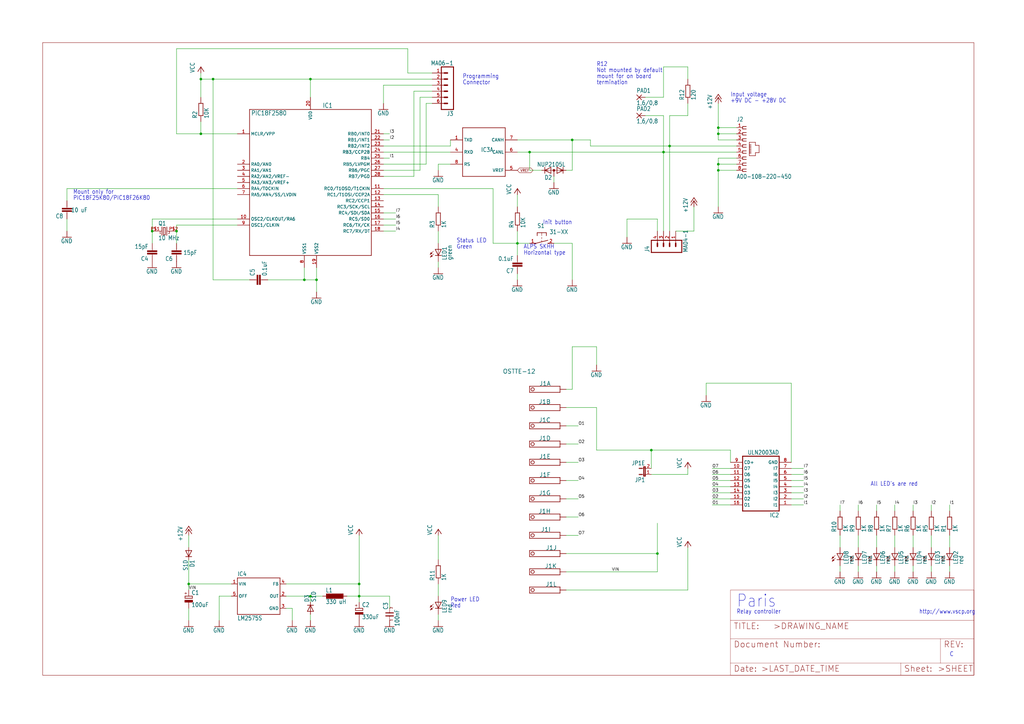
<source format=kicad_sch>
(kicad_sch (version 20230121) (generator eeschema)
  (paper "User" 427.304 302.311)
  (junction (at 88.9 33.02))
  (junction (at 132.08 116.84))
  (junction (at 299.72 53.34))
  (junction (at 271.78 187.96))
  (junction (at 127 116.84))
  (junction (at 215.9 101.6))
  (junction (at 276.86 63.5))
  (junction (at 129.54 248.92))
  (junction (at 149.86 248.92))
  (junction (at 299.72 55.88))
  (junction (at 73.66 96.52))
  (junction (at 238.76 58.42))
  (junction (at 149.86 243.84))
  (junction (at 83.82 33.02))
  (junction (at 83.82 55.88))
  (junction (at 78.74 243.84))
  (junction (at 129.54 33.02))
  (junction (at 279.4 60.96))
  (junction (at 299.72 68.58))
  (junction (at 274.32 231.14))
  (junction (at 220.98 63.5))
  (junction (at 63.5 96.52))
  (junction (at 299.72 71.12))
  (wire (pts (xy 358.14 228.6) (xy 358.14 223.52)))
  (wire (pts (xy 172.72 38.1) (xy 172.72 73.66)))
  (wire (pts (xy 299.72 53.34) (xy 299.72 43.18)))
  (wire (pts (xy 149.86 248.92) (xy 162.56 248.92)))
  (wire (pts (xy 182.88 81.28) (xy 182.88 86.36)))
  (wire (pts (xy 304.8 203.2) (xy 297.18 203.2)))
  (wire (pts (xy 307.34 71.12) (xy 299.72 71.12)))
  (wire (pts (xy 287.02 48.26) (xy 279.4 48.26)))
  (wire (pts (xy 170.18 30.48) (xy 170.18 20.32)))
  (wire (pts (xy 271.78 198.12) (xy 287.02 198.12)))
  (wire (pts (xy 78.74 233.68) (xy 78.74 243.84)))
  (wire (pts (xy 127 116.84) (xy 132.08 116.84)))
  (wire (pts (xy 215.9 114.3) (xy 215.9 116.84)))
  (wire (pts (xy 304.8 198.12) (xy 297.18 198.12)))
  (wire (pts (xy 271.78 195.58) (xy 271.78 187.96)))
  (wire (pts (xy 78.74 246.38) (xy 78.74 243.84)))
  (wire (pts (xy 238.76 71.12) (xy 238.76 58.42)))
  (wire (pts (xy 287.02 27.94) (xy 276.86 27.94)))
  (wire (pts (xy 274.32 91.44) (xy 261.62 91.44)))
  (wire (pts (xy 160.02 60.96) (xy 187.96 60.96)))
  (wire (pts (xy 238.76 58.42) (xy 246.38 58.42)))
  (wire (pts (xy 289.56 96.52) (xy 289.56 86.36)))
  (wire (pts (xy 160.02 63.5) (xy 187.96 63.5)))
  (wire (pts (xy 274.32 231.14) (xy 274.32 218.44)))
  (wire (pts (xy 149.86 248.92) (xy 144.78 248.92)))
  (wire (pts (xy 307.34 53.34) (xy 299.72 53.34)))
  (wire (pts (xy 88.9 116.84) (xy 88.9 33.02)))
  (wire (pts (xy 236.22 185.42) (xy 241.3 185.42)))
  (wire (pts (xy 88.9 33.02) (xy 83.82 33.02)))
  (wire (pts (xy 27.94 78.74) (xy 27.94 83.82)))
  (wire (pts (xy 388.62 236.22) (xy 388.62 238.76)))
  (wire (pts (xy 182.88 71.12) (xy 182.88 68.58)))
  (wire (pts (xy 83.82 40.64) (xy 83.82 33.02)))
  (wire (pts (xy 187.96 60.96) (xy 187.96 58.42)))
  (wire (pts (xy 129.54 256.54) (xy 129.54 259.08)))
  (wire (pts (xy 220.98 71.12) (xy 220.98 63.5)))
  (wire (pts (xy 304.8 205.74) (xy 297.18 205.74)))
  (wire (pts (xy 215.9 101.6) (xy 205.74 101.6)))
  (wire (pts (xy 281.94 96.52) (xy 289.56 96.52)))
  (wire (pts (xy 236.22 246.38) (xy 287.02 246.38)))
  (wire (pts (xy 160.02 66.04) (xy 162.56 66.04)))
  (wire (pts (xy 236.22 71.12) (xy 238.76 71.12)))
  (wire (pts (xy 330.2 198.12) (xy 335.28 198.12)))
  (wire (pts (xy 271.78 187.96) (xy 248.92 187.96)))
  (wire (pts (xy 279.4 60.96) (xy 246.38 60.96)))
  (wire (pts (xy 78.74 228.6) (xy 78.74 223.52)))
  (wire (pts (xy 83.82 33.02) (xy 83.82 30.48)))
  (wire (pts (xy 365.76 236.22) (xy 365.76 238.76)))
  (wire (pts (xy 238.76 101.6) (xy 238.76 116.84)))
  (wire (pts (xy 111.76 116.84) (xy 127 116.84)))
  (wire (pts (xy 381 236.22) (xy 381 238.76)))
  (wire (pts (xy 307.34 60.96) (xy 279.4 60.96)))
  (wire (pts (xy 78.74 254) (xy 78.74 259.08)))
  (wire (pts (xy 121.92 254) (xy 121.92 259.08)))
  (wire (pts (xy 287.02 198.12) (xy 287.02 195.58)))
  (wire (pts (xy 63.5 96.52) (xy 63.5 101.6)))
  (wire (pts (xy 304.8 187.96) (xy 271.78 187.96)))
  (wire (pts (xy 299.72 68.58) (xy 299.72 71.12)))
  (wire (pts (xy 236.22 193.04) (xy 241.3 193.04)))
  (wire (pts (xy 96.52 248.92) (xy 91.44 248.92)))
  (wire (pts (xy 269.24 40.64) (xy 276.86 40.64)))
  (wire (pts (xy 83.82 55.88) (xy 99.06 55.88)))
  (wire (pts (xy 307.34 55.88) (xy 299.72 55.88)))
  (wire (pts (xy 299.72 71.12) (xy 299.72 86.36)))
  (wire (pts (xy 160.02 78.74) (xy 205.74 78.74)))
  (wire (pts (xy 388.62 228.6) (xy 388.62 223.52)))
  (wire (pts (xy 215.9 96.52) (xy 215.9 101.6)))
  (wire (pts (xy 350.52 236.22) (xy 350.52 238.76)))
  (wire (pts (xy 304.8 195.58) (xy 297.18 195.58)))
  (wire (pts (xy 182.88 101.6) (xy 182.88 96.52)))
  (wire (pts (xy 177.8 68.58) (xy 160.02 68.58)))
  (wire (pts (xy 215.9 63.5) (xy 220.98 63.5)))
  (wire (pts (xy 330.2 193.04) (xy 330.2 160.02)))
  (wire (pts (xy 160.02 55.88) (xy 162.56 55.88)))
  (wire (pts (xy 129.54 33.02) (xy 180.34 33.02)))
  (wire (pts (xy 73.66 93.98) (xy 99.06 93.98)))
  (wire (pts (xy 132.08 116.84) (xy 132.08 111.76)))
  (wire (pts (xy 307.34 68.58) (xy 299.72 68.58)))
  (wire (pts (xy 269.24 48.26) (xy 276.86 48.26)))
  (wire (pts (xy 299.72 58.42) (xy 299.72 55.88)))
  (wire (pts (xy 330.2 208.28) (xy 335.28 208.28)))
  (wire (pts (xy 350.52 228.6) (xy 350.52 223.52)))
  (wire (pts (xy 177.8 43.18) (xy 177.8 68.58)))
  (wire (pts (xy 248.92 144.78) (xy 248.92 152.4)))
  (wire (pts (xy 236.22 231.14) (xy 274.32 231.14)))
  (wire (pts (xy 182.88 68.58) (xy 187.96 68.58)))
  (wire (pts (xy 236.22 170.18) (xy 248.92 170.18)))
  (wire (pts (xy 73.66 55.88) (xy 83.82 55.88)))
  (wire (pts (xy 373.38 228.6) (xy 373.38 223.52)))
  (wire (pts (xy 396.24 236.22) (xy 396.24 238.76)))
  (wire (pts (xy 63.5 91.44) (xy 63.5 96.52)))
  (wire (pts (xy 129.54 251.46) (xy 129.54 248.92)))
  (wire (pts (xy 304.8 193.04) (xy 304.8 187.96)))
  (wire (pts (xy 381 213.36) (xy 381 210.82)))
  (wire (pts (xy 162.56 248.92) (xy 162.56 254)))
  (wire (pts (xy 236.22 162.56) (xy 238.76 162.56)))
  (wire (pts (xy 180.34 30.48) (xy 170.18 30.48)))
  (wire (pts (xy 160.02 96.52) (xy 165.1 96.52)))
  (wire (pts (xy 175.26 40.64) (xy 180.34 40.64)))
  (wire (pts (xy 373.38 213.36) (xy 373.38 210.82)))
  (wire (pts (xy 388.62 213.36) (xy 388.62 210.82)))
  (wire (pts (xy 73.66 20.32) (xy 73.66 55.88)))
  (wire (pts (xy 276.86 63.5) (xy 220.98 63.5)))
  (wire (pts (xy 215.9 58.42) (xy 238.76 58.42)))
  (wire (pts (xy 396.24 228.6) (xy 396.24 223.52)))
  (wire (pts (xy 299.72 55.88) (xy 299.72 53.34)))
  (wire (pts (xy 119.38 243.84) (xy 149.86 243.84)))
  (wire (pts (xy 381 228.6) (xy 381 223.52)))
  (wire (pts (xy 160.02 58.42) (xy 162.56 58.42)))
  (wire (pts (xy 132.08 121.92) (xy 132.08 116.84)))
  (wire (pts (xy 180.34 43.18) (xy 177.8 43.18)))
  (wire (pts (xy 236.22 223.52) (xy 241.3 223.52)))
  (wire (pts (xy 99.06 91.44) (xy 63.5 91.44)))
  (wire (pts (xy 299.72 66.04) (xy 299.72 68.58)))
  (wire (pts (xy 160.02 81.28) (xy 182.88 81.28)))
  (wire (pts (xy 149.86 243.84) (xy 149.86 248.92)))
  (wire (pts (xy 175.26 71.12) (xy 175.26 40.64)))
  (wire (pts (xy 83.82 50.8) (xy 83.82 55.88)))
  (wire (pts (xy 160.02 88.9) (xy 165.1 88.9)))
  (wire (pts (xy 160.02 43.18) (xy 160.02 35.56)))
  (wire (pts (xy 274.32 238.76) (xy 274.32 231.14)))
  (wire (pts (xy 304.8 208.28) (xy 297.18 208.28)))
  (wire (pts (xy 330.2 195.58) (xy 335.28 195.58)))
  (wire (pts (xy 149.86 251.46) (xy 149.86 248.92)))
  (wire (pts (xy 160.02 93.98) (xy 165.1 93.98)))
  (wire (pts (xy 276.86 48.26) (xy 276.86 63.5)))
  (wire (pts (xy 276.86 96.52) (xy 276.86 63.5)))
  (wire (pts (xy 246.38 60.96) (xy 246.38 58.42)))
  (wire (pts (xy 276.86 40.64) (xy 276.86 27.94)))
  (wire (pts (xy 160.02 71.12) (xy 175.26 71.12)))
  (wire (pts (xy 182.88 256.54) (xy 182.88 259.08)))
  (wire (pts (xy 287.02 43.18) (xy 287.02 48.26)))
  (wire (pts (xy 231.14 76.2) (xy 231.14 73.66)))
  (wire (pts (xy 330.2 210.82) (xy 335.28 210.82)))
  (wire (pts (xy 396.24 213.36) (xy 396.24 210.82)))
  (wire (pts (xy 182.88 109.22) (xy 182.88 111.76)))
  (wire (pts (xy 307.34 63.5) (xy 276.86 63.5)))
  (wire (pts (xy 330.2 205.74) (xy 335.28 205.74)))
  (wire (pts (xy 236.22 238.76) (xy 274.32 238.76)))
  (wire (pts (xy 129.54 33.02) (xy 88.9 33.02)))
  (wire (pts (xy 279.4 96.52) (xy 279.4 60.96)))
  (wire (pts (xy 127 111.76) (xy 127 116.84)))
  (wire (pts (xy 73.66 96.52) (xy 73.66 93.98)))
  (wire (pts (xy 238.76 162.56) (xy 238.76 144.78)))
  (wire (pts (xy 205.74 78.74) (xy 205.74 101.6)))
  (wire (pts (xy 160.02 35.56) (xy 180.34 35.56)))
  (wire (pts (xy 119.38 254) (xy 121.92 254)))
  (wire (pts (xy 279.4 48.26) (xy 279.4 60.96)))
  (wire (pts (xy 231.14 101.6) (xy 238.76 101.6)))
  (wire (pts (xy 119.38 248.92) (xy 129.54 248.92)))
  (wire (pts (xy 274.32 96.52) (xy 274.32 91.44)))
  (wire (pts (xy 350.52 213.36) (xy 350.52 210.82)))
  (wire (pts (xy 182.88 248.92) (xy 182.88 243.84)))
  (wire (pts (xy 287.02 246.38) (xy 287.02 228.6)))
  (wire (pts (xy 287.02 33.02) (xy 287.02 27.94)))
  (wire (pts (xy 129.54 248.92) (xy 134.62 248.92)))
  (wire (pts (xy 129.54 40.64) (xy 129.54 33.02)))
  (wire (pts (xy 160.02 91.44) (xy 165.1 91.44)))
  (wire (pts (xy 172.72 73.66) (xy 160.02 73.66)))
  (wire (pts (xy 215.9 101.6) (xy 220.98 101.6)))
  (wire (pts (xy 248.92 187.96) (xy 248.92 170.18)))
  (wire (pts (xy 226.06 71.12) (xy 220.98 71.12)))
  (wire (pts (xy 307.34 66.04) (xy 299.72 66.04)))
  (wire (pts (xy 261.62 91.44) (xy 261.62 99.06)))
  (wire (pts (xy 215.9 86.36) (xy 215.9 81.28)))
  (wire (pts (xy 304.8 200.66) (xy 297.18 200.66)))
  (wire (pts (xy 99.06 78.74) (xy 27.94 78.74)))
  (wire (pts (xy 91.44 248.92) (xy 91.44 259.08)))
  (wire (pts (xy 170.18 20.32) (xy 73.66 20.32)))
  (wire (pts (xy 294.64 160.02) (xy 294.64 165.1)))
  (wire (pts (xy 330.2 160.02) (xy 294.64 160.02)))
  (wire (pts (xy 365.76 213.36) (xy 365.76 210.82)))
  (wire (pts (xy 236.22 177.8) (xy 241.3 177.8)))
  (wire (pts (xy 180.34 38.1) (xy 172.72 38.1)))
  (wire (pts (xy 365.76 228.6) (xy 365.76 223.52)))
  (wire (pts (xy 104.14 116.84) (xy 88.9 116.84)))
  (wire (pts (xy 358.14 236.22) (xy 358.14 238.76)))
  (wire (pts (xy 236.22 215.9) (xy 241.3 215.9)))
  (wire (pts (xy 304.8 210.82) (xy 297.18 210.82)))
  (wire (pts (xy 358.14 213.36) (xy 358.14 210.82)))
  (wire (pts (xy 149.86 243.84) (xy 149.86 223.52)))
  (wire (pts (xy 182.88 233.68) (xy 182.88 223.52)))
  (wire (pts (xy 215.9 101.6) (xy 215.9 106.68)))
  (wire (pts (xy 73.66 101.6) (xy 73.66 96.52)))
  (wire (pts (xy 238.76 144.78) (xy 248.92 144.78)))
  (wire (pts (xy 96.52 243.84) (xy 78.74 243.84)))
  (wire (pts (xy 330.2 203.2) (xy 335.28 203.2)))
  (wire (pts (xy 236.22 200.66) (xy 241.3 200.66)))
  (wire (pts (xy 330.2 200.66) (xy 335.28 200.66)))
  (wire (pts (xy 307.34 58.42) (xy 299.72 58.42)))
  (wire (pts (xy 373.38 236.22) (xy 373.38 238.76)))
  (wire (pts (xy 236.22 208.28) (xy 241.3 208.28)))
  (wire (pts (xy 27.94 96.52) (xy 27.94 91.44)))
  (text "termination" (at 248.92 35.56 0) (effects (font (size 1.778 1.5113)) (justify left bottom)))
  (text "Green" (at 190.5 104.14 0) (effects (font (size 1.778 1.5113)) (justify left bottom)))
  (text "R12" (at 248.92 27.94 0) (effects (font (size 1.778 1.5113)) (justify left bottom)))
  (text "C" (at 396.24 274.32 0) (effects (font (size 1.778 1.5113)) (justify left bottom)))
  (text "Status LED" (at 190.5 101.6 0) (effects (font (size 1.778 1.5113)) (justify left bottom)))
  (text "Horizontal type" (at 218.44 106.68 0) (effects (font (size 1.778 1.5113)) (justify left bottom)))
  (text "Programming" (at 193.04 33.02 0) (effects (font (size 1.778 1.5113)) (justify left bottom)))
  (text "mount for on board" (at 248.92 33.02 0) (effects (font (size 1.778 1.5113)) (justify left bottom)))
  (text "Red" (at 187.96 254 0) (effects (font (size 1.778 1.5113)) (justify left bottom)))
  (text "Mount only for" (at 30.48 81.28 0) (effects (font (size 1.778 1.5113)) (justify left bottom)))
  (text "PIC18F25K80/PIC18F26K80" (at 30.48 83.82 0) (effects (font (size 1.778 1.5113)) (justify left bottom)))
  (text "Paris" (at 307.34 254 0) (effects (font (size 5.08 4.318)) (justify left bottom)))
  (text "Init button" (at 238.76 93.98 0) (effects (font (size 1.778 1.5113)) (justify right bottom)))
  (text "Relay controller" (at 307.34 256.54 0) (effects (font (size 1.778 1.5113)) (justify left bottom)))
  (text "Connector" (at 193.04 35.56 0) (effects (font (size 1.778 1.5113)) (justify left bottom)))
  (text "Power LED" (at 187.96 251.46 0) (effects (font (size 1.778 1.5113)) (justify left bottom)))
  (text "+9V DC - +28V DC" (at 304.8 43.18 0) (effects (font (size 1.778 1.5113)) (justify left bottom)))
  (text "Input voltage" (at 304.8 40.64 0) (effects (font (size 1.778 1.5113)) (justify left bottom)))
  (text "Not mounted by default" (at 248.92 30.48 0) (effects (font (size 1.778 1.5113)) (justify left bottom)))
  (text "ALPS SKHH" (at 218.44 104.14 0) (effects (font (size 1.778 1.5113)) (justify left bottom)))
  (text "All LED's are red" (at 363.22 203.2 0) (effects (font (size 1.778 1.5113)) (justify left bottom)))
  (text "http://www.vscp.org" (at 383.54 256.54 0) (effects (font (size 1.778 1.5113)) (justify left bottom)))
  (label "O7" (at 297.18 195.58 0) (effects (font (size 1.2446 1.2446))))
  (label "I3" (at 381 210.82 0) (effects (font (size 1.2446 1.2446))))
  (label "I7" (at 165.1 88.9 0) (effects (font (size 1.2446 1.2446))))
  (label "I5" (at 335.28 200.66 0) (effects (font (size 1.2446 1.2446))))
  (label "O4" (at 241.3 200.66 0) (effects (font (size 1.2446 1.2446))))
  (label "O3" (at 297.18 205.74 0) (effects (font (size 1.2446 1.2446))))
  (label "O6" (at 297.18 198.12 0) (effects (font (size 1.2446 1.2446))))
  (label "O1" (at 241.3 177.8 0) (effects (font (size 1.2446 1.2446))))
  (label "I6" (at 358.14 210.82 0) (effects (font (size 1.2446 1.2446))))
  (label "I5" (at 365.76 210.82 0) (effects (font (size 1.2446 1.2446))))
  (label "I2" (at 335.28 208.28 0) (effects (font (size 1.2446 1.2446))))
  (label "I1" (at 335.28 210.82 0) (effects (font (size 1.2446 1.2446))))
  (label "I6" (at 165.1 91.44 0) (effects (font (size 1.2446 1.2446))))
  (label "I1" (at 396.24 210.82 0) (effects (font (size 1.2446 1.2446))))
  (label "I2" (at 162.56 58.42 0) (effects (font (size 1.2446 1.2446))))
  (label "O1" (at 297.18 210.82 0) (effects (font (size 1.2446 1.2446))))
  (label "I5" (at 165.1 93.98 0) (effects (font (size 1.2446 1.2446))))
  (label "VIN" (at 78.74 246.38 0) (effects (font (size 1.2446 1.2446))))
  (label "O2" (at 241.3 185.42 0) (effects (font (size 1.2446 1.2446))))
  (label "I3" (at 335.28 205.74 0) (effects (font (size 1.2446 1.2446))))
  (label "O3" (at 241.3 193.04 0) (effects (font (size 1.2446 1.2446))))
  (label "I7" (at 350.52 210.82 0) (effects (font (size 1.2446 1.2446))))
  (label "I6" (at 335.28 198.12 0) (effects (font (size 1.2446 1.2446))))
  (label "I4" (at 335.28 203.2 0) (effects (font (size 1.2446 1.2446))))
  (label "I7" (at 335.28 195.58 0) (effects (font (size 1.2446 1.2446))))
  (label "O5" (at 297.18 200.66 0) (effects (font (size 1.2446 1.2446))))
  (label "I4" (at 165.1 96.52 0) (effects (font (size 1.2446 1.2446))))
  (label "O6" (at 241.3 215.9 0) (effects (font (size 1.2446 1.2446))))
  (label "I1" (at 162.56 66.04 0) (effects (font (size 1.2446 1.2446))))
  (label "O4" (at 297.18 203.2 0) (effects (font (size 1.2446 1.2446))))
  (label "VIN" (at 255.27 238.76 0) (effects (font (size 1.2446 1.2446))))
  (label "O2" (at 297.18 208.28 0) (effects (font (size 1.2446 1.2446))))
  (label "O5" (at 241.3 208.28 0) (effects (font (size 1.2446 1.2446))))
  (label "I2" (at 388.62 210.82 0) (effects (font (size 1.2446 1.2446))))
  (label "I3" (at 162.56 55.88 0) (effects (font (size 1.2446 1.2446))))
  (label "I4" (at 373.38 210.82 0) (effects (font (size 1.2446 1.2446))))
  (label "O7" (at 241.3 223.52 0) (effects (font (size 1.2446 1.2446))))
  (global_label "VREF" (shape bidirectional) (at 215.9 71.12 0) (effects (font (size 1.016 1.016))) (property "Intersheetrefs" "${INTERSHEET_REFS}" (effects hide)))
  (symbol (lib_id "paris_relay_rev_C-eagle-import:R-EU_R0805") (at 215.9 91.44 90) (unit 1)
    (property "Reference" "R4" (at 214.4014 95.25 0) (effects (font (size 1.778 1.5113)) (justify left bottom)))
    (property "Value" "10K" (at 219.202 95.25 0) (effects (font (size 1.778 1.5113)) (justify left bottom)))
    (property "Footprint" "paris_relay_rev_C:R0805" (effects hide))
  )
  (symbol (lib_id "paris_relay_rev_C-eagle-import:CNP-0805") (at 162.56 256.54 90) (unit 1)
    (property "Reference" "C3" (at 161.925 254.635 0) (effects (font (size 1.778 1.5113)) (justify left bottom)))
    (property "Value" "100nF" (at 166.6875 261.62 0) (effects (font (size 1.778 1.5113)) (justify left bottom)))
    (property "Footprint" "paris_relay_rev_C:0805" (effects hide))
  )
  (symbol (lib_id "paris_relay_rev_C-eagle-import:VCC") (at 287.02 226.06 0) (unit 1)
    (property "Reference" "#P+5" (effects hide))
    (property "Value" "VCC" (at 284.48 228.6 90) (effects (font (size 1.778 1.5113)) (justify left bottom)))
    (property "Footprint" "paris_relay_rev_C:" (effects hide))
  )
  (symbol (lib_id "paris_relay_rev_C-eagle-import:OSTTE-12") (at 228.6 193.04 180) (unit 5)
    (property "Reference" "J1" (at 229.87 189.611 0) (effects (font (size 1.778 1.778)) (justify left bottom)))
    (property "Value" "OSTTE-12" (effects hide))
    (property "Footprint" "paris_relay_rev_C:PINHEAD-12" (effects hide))
  )
  (symbol (lib_id "paris_relay_rev_C-eagle-import:MCP2551SN") (at 203.2 63.5 0) (unit 1)
    (property "Reference" "IC3" (at 200.66 63.5 0) (effects (font (size 1.778 1.5113)) (justify left bottom)))
    (property "Value" "MCP2551SN" (effects hide))
    (property "Footprint" "paris_relay_rev_C:SO-08" (effects hide))
  )
  (symbol (lib_id "paris_relay_rev_C-eagle-import:R-EU_R0805") (at 287.02 38.1 90) (unit 1)
    (property "Reference" "R12" (at 285.5214 41.91 0) (effects (font (size 1.778 1.5113)) (justify left bottom)))
    (property "Value" "120" (at 290.322 41.91 0) (effects (font (size 1.778 1.5113)) (justify left bottom)))
    (property "Footprint" "paris_relay_rev_C:R0805" (effects hide))
  )
  (symbol (lib_id "paris_relay_rev_C-eagle-import:OSTTE-12") (at 228.6 238.76 180) (unit 11)
    (property "Reference" "J1" (at 232.41 235.331 0) (effects (font (size 1.778 1.778)) (justify left bottom)))
    (property "Value" "OSTTE-12" (effects hide))
    (property "Footprint" "paris_relay_rev_C:PINHEAD-12" (effects hide))
  )
  (symbol (lib_id "paris_relay_rev_C-eagle-import:R-EU_R0805") (at 83.82 45.72 90) (unit 1)
    (property "Reference" "R2" (at 82.3214 49.53 0) (effects (font (size 1.778 1.5113)) (justify left bottom)))
    (property "Value" "10K" (at 87.122 49.53 0) (effects (font (size 1.778 1.5113)) (justify left bottom)))
    (property "Footprint" "paris_relay_rev_C:R0805" (effects hide))
  )
  (symbol (lib_id "paris_relay_rev_C-eagle-import:R-EU_R0805") (at 182.88 91.44 90) (unit 1)
    (property "Reference" "R3" (at 181.3814 95.25 0) (effects (font (size 1.778 1.5113)) (justify left bottom)))
    (property "Value" "1K" (at 186.182 95.25 0) (effects (font (size 1.778 1.5113)) (justify left bottom)))
    (property "Footprint" "paris_relay_rev_C:R0805" (effects hide))
  )
  (symbol (lib_id "paris_relay_rev_C-eagle-import:DIODE-2CA|ACSOT23") (at 231.14 71.12 180) (unit 1)
    (property "Reference" "D2" (at 230.378 73.1266 0) (effects (font (size 1.778 1.5113)) (justify left bottom)))
    (property "Value" "NUP2105L" (at 235.966 67.6656 0) (effects (font (size 1.778 1.5113)) (justify left bottom)))
    (property "Footprint" "paris_relay_rev_C:SOT23" (effects hide))
  )
  (symbol (lib_id "paris_relay_rev_C-eagle-import:GND") (at 182.88 261.62 0) (unit 1)
    (property "Reference" "#GND27" (effects hide))
    (property "Value" "GND" (at 180.34 264.16 0) (effects (font (size 1.778 1.5113)) (justify left bottom)))
    (property "Footprint" "paris_relay_rev_C:" (effects hide))
  )
  (symbol (lib_id "paris_relay_rev_C-eagle-import:OSTTE-12") (at 228.6 215.9 180) (unit 8)
    (property "Reference" "J1" (at 229.87 212.471 0) (effects (font (size 1.778 1.778)) (justify left bottom)))
    (property "Value" "OSTTE-12" (effects hide))
    (property "Footprint" "paris_relay_rev_C:PINHEAD-12" (effects hide))
  )
  (symbol (lib_id "paris_relay_rev_C-eagle-import:GND") (at 78.74 261.62 0) (unit 1)
    (property "Reference" "#GND7" (effects hide))
    (property "Value" "GND" (at 76.2 264.16 0) (effects (font (size 1.778 1.5113)) (justify left bottom)))
    (property "Footprint" "paris_relay_rev_C:" (effects hide))
  )
  (symbol (lib_id "paris_relay_rev_C-eagle-import:+12V") (at 289.56 83.82 0) (unit 1)
    (property "Reference" "#P+8" (effects hide))
    (property "Value" "+12V" (at 287.02 88.9 90) (effects (font (size 1.778 1.5113)) (justify left bottom)))
    (property "Footprint" "paris_relay_rev_C:" (effects hide))
  )
  (symbol (lib_id "paris_relay_rev_C-eagle-import:C-EUC0805") (at 73.66 106.68 180) (unit 1)
    (property "Reference" "C6" (at 72.136 107.061 0) (effects (font (size 1.778 1.5113)) (justify left bottom)))
    (property "Value" "15pF" (at 82.296 104.521 0) (effects (font (size 1.778 1.5113)) (justify left bottom)))
    (property "Footprint" "paris_relay_rev_C:C0805" (effects hide))
  )
  (symbol (lib_id "paris_relay_rev_C-eagle-import:GND") (at 121.92 261.62 0) (unit 1)
    (property "Reference" "#GND5" (effects hide))
    (property "Value" "GND" (at 119.38 264.16 0) (effects (font (size 1.778 1.5113)) (justify left bottom)))
    (property "Footprint" "paris_relay_rev_C:" (effects hide))
  )
  (symbol (lib_id "paris_relay_rev_C-eagle-import:C-EUC0805") (at 63.5 106.68 180) (unit 1)
    (property "Reference" "C4" (at 61.976 107.061 0) (effects (font (size 1.778 1.5113)) (justify left bottom)))
    (property "Value" "15pF" (at 61.976 101.981 0) (effects (font (size 1.778 1.5113)) (justify left bottom)))
    (property "Footprint" "paris_relay_rev_C:C0805" (effects hide))
  )
  (symbol (lib_id "paris_relay_rev_C-eagle-import:31-XX") (at 226.06 101.6 270) (unit 1)
    (property "Reference" "S1" (at 224.155 95.25 90) (effects (font (size 1.778 1.5113)) (justify left bottom)))
    (property "Value" "31-XX" (at 229.235 97.79 90) (effects (font (size 1.778 1.5113)) (justify left bottom)))
    (property "Footprint" "paris_relay_rev_C:B3F-31XX" (effects hide))
  )
  (symbol (lib_id "paris_relay_rev_C-eagle-import:R-EU_R0805") (at 182.88 238.76 90) (unit 1)
    (property "Reference" "R11" (at 181.3814 242.57 0) (effects (font (size 1.778 1.5113)) (justify left bottom)))
    (property "Value" "1K" (at 186.182 242.57 0) (effects (font (size 1.778 1.5113)) (justify left bottom)))
    (property "Footprint" "paris_relay_rev_C:R0805" (effects hide))
  )
  (symbol (lib_id "paris_relay_rev_C-eagle-import:R-EU_R0805") (at 373.38 218.44 90) (unit 1)
    (property "Reference" "R7" (at 371.8814 222.25 0) (effects (font (size 1.778 1.5113)) (justify left bottom)))
    (property "Value" "1K" (at 376.682 222.25 0) (effects (font (size 1.778 1.5113)) (justify left bottom)))
    (property "Footprint" "paris_relay_rev_C:R0805" (effects hide))
  )
  (symbol (lib_id "paris_relay_rev_C-eagle-import:GND") (at 350.52 241.3 0) (unit 1)
    (property "Reference" "#GND25" (effects hide))
    (property "Value" "GND" (at 347.98 243.84 0) (effects (font (size 1.778 1.5113)) (justify left bottom)))
    (property "Footprint" "paris_relay_rev_C:" (effects hide))
  )
  (symbol (lib_id "paris_relay_rev_C-eagle-import:DIODE-SOD123") (at 78.74 231.14 270) (unit 1)
    (property "Reference" "D1" (at 79.2226 233.68 0) (effects (font (size 1.778 1.5113)) (justify left bottom)))
    (property "Value" "S1D" (at 76.4286 233.68 0) (effects (font (size 1.778 1.5113)) (justify left bottom)))
    (property "Footprint" "paris_relay_rev_C:SOD123" (effects hide))
  )
  (symbol (lib_id "paris_relay_rev_C-eagle-import:OSTTE-12") (at 228.6 185.42 180) (unit 4)
    (property "Reference" "J1" (at 229.87 181.991 0) (effects (font (size 1.778 1.778)) (justify left bottom)))
    (property "Value" "OSTTE-12" (effects hide))
    (property "Footprint" "paris_relay_rev_C:PINHEAD-12" (effects hide))
  )
  (symbol (lib_id "paris_relay_rev_C-eagle-import:+12V") (at 78.74 220.98 0) (unit 1)
    (property "Reference" "#P+7" (effects hide))
    (property "Value" "+12V" (at 76.2 226.06 90) (effects (font (size 1.778 1.5113)) (justify left bottom)))
    (property "Footprint" "paris_relay_rev_C:" (effects hide))
  )
  (symbol (lib_id "paris_relay_rev_C-eagle-import:GND") (at 231.14 78.74 0) (unit 1)
    (property "Reference" "#GND13" (effects hide))
    (property "Value" "GND" (at 228.6 81.28 0) (effects (font (size 1.778 1.5113)) (justify left bottom)))
    (property "Footprint" "paris_relay_rev_C:" (effects hide))
  )
  (symbol (lib_id "paris_relay_rev_C-eagle-import:LEDCHIP-LED0805") (at 350.52 231.14 0) (unit 1)
    (property "Reference" "LED8" (at 354.076 235.712 90) (effects (font (size 1.778 1.5113)) (justify left bottom)))
    (property "Value" "red" (at 356.235 235.712 90) (effects (font (size 1.778 1.5113)) (justify left bottom)))
    (property "Footprint" "paris_relay_rev_C:CHIP-LED0805" (effects hide))
  )
  (symbol (lib_id "paris_relay_rev_C-eagle-import:VCC") (at 83.82 27.94 0) (unit 1)
    (property "Reference" "#P+3" (effects hide))
    (property "Value" "VCC" (at 81.28 30.48 90) (effects (font (size 1.778 1.5113)) (justify left bottom)))
    (property "Footprint" "paris_relay_rev_C:" (effects hide))
  )
  (symbol (lib_id "paris_relay_rev_C-eagle-import:HC-49S") (at 68.58 96.52 0) (unit 1)
    (property "Reference" "Q1" (at 66.04 94.234 0) (effects (font (size 1.778 1.5113)) (justify left bottom)))
    (property "Value" "10 MHz" (at 66.04 100.33 0) (effects (font (size 1.778 1.5113)) (justify left bottom)))
    (property "Footprint" "paris_relay_rev_C:9C" (effects hide))
  )
  (symbol (lib_id "paris_relay_rev_C-eagle-import:PIC18F252-?I{slash}SO") (at 129.54 76.2 0) (unit 1)
    (property "Reference" "IC1" (at 134.62 45.085 0) (effects (font (size 1.905 1.6192)) (justify left bottom)))
    (property "Value" "PIC18F2580" (at 104.775 48.26 0) (effects (font (size 1.905 1.6192)) (justify left bottom)))
    (property "Footprint" "paris_relay_rev_C:SO28" (effects hide))
  )
  (symbol (lib_id "paris_relay_rev_C-eagle-import:MA04-1") (at 276.86 104.14 90) (unit 1)
    (property "Reference" "J4" (at 271.018 105.41 0) (effects (font (size 1.778 1.5113)) (justify left bottom)))
    (property "Value" "MA04-1" (at 287.02 105.41 0) (effects (font (size 1.778 1.5113)) (justify left bottom)))
    (property "Footprint" "paris_relay_rev_C:MA04-1" (effects hide))
  )
  (symbol (lib_id "paris_relay_rev_C-eagle-import:GND") (at 381 241.3 0) (unit 1)
    (property "Reference" "#GND21" (effects hide))
    (property "Value" "GND" (at 378.46 243.84 0) (effects (font (size 1.778 1.5113)) (justify left bottom)))
    (property "Footprint" "paris_relay_rev_C:" (effects hide))
  )
  (symbol (lib_id "paris_relay_rev_C-eagle-import:R-EU_R0805") (at 350.52 218.44 90) (unit 1)
    (property "Reference" "R10" (at 349.0214 222.25 0) (effects (font (size 1.778 1.5113)) (justify left bottom)))
    (property "Value" "1K" (at 353.822 222.25 0) (effects (font (size 1.778 1.5113)) (justify left bottom)))
    (property "Footprint" "paris_relay_rev_C:R0805" (effects hide))
  )
  (symbol (lib_id "paris_relay_rev_C-eagle-import:LEDCHIP-LED0805") (at 396.24 231.14 0) (unit 1)
    (property "Reference" "LED2" (at 399.796 235.712 90) (effects (font (size 1.778 1.5113)) (justify left bottom)))
    (property "Value" "red" (at 401.955 235.712 90) (effects (font (size 1.778 1.5113)) (justify left bottom)))
    (property "Footprint" "paris_relay_rev_C:CHIP-LED0805" (effects hide))
  )
  (symbol (lib_id "paris_relay_rev_C-eagle-import:1,6{slash}0,8") (at 266.7 48.26 0) (unit 1)
    (property "Reference" "PAD2" (at 265.557 46.4058 0) (effects (font (size 1.778 1.5113)) (justify left bottom)))
    (property "Value" "1,6{slash}0,8" (at 265.557 51.562 0) (effects (font (size 1.778 1.5113)) (justify left bottom)))
    (property "Footprint" "paris_relay_rev_C:1,6_0,8" (effects hide))
  )
  (symbol (lib_id "paris_relay_rev_C-eagle-import:GND") (at 238.76 119.38 0) (unit 1)
    (property "Reference" "#GND11" (effects hide))
    (property "Value" "GND" (at 236.22 121.92 0) (effects (font (size 1.778 1.5113)) (justify left bottom)))
    (property "Footprint" "paris_relay_rev_C:" (effects hide))
  )
  (symbol (lib_id "paris_relay_rev_C-eagle-import:LEDCHIP-LED0805") (at 182.88 251.46 0) (unit 1)
    (property "Reference" "LED9" (at 186.436 256.032 90) (effects (font (size 1.778 1.5113)) (justify left bottom)))
    (property "Value" "red" (at 188.595 256.032 90) (effects (font (size 1.778 1.5113)) (justify left bottom)))
    (property "Footprint" "paris_relay_rev_C:CHIP-LED0805" (effects hide))
  )
  (symbol (lib_id "paris_relay_rev_C-eagle-import:LEDCHIP-LED0805") (at 381 231.14 0) (unit 1)
    (property "Reference" "LED4" (at 384.556 235.712 90) (effects (font (size 1.778 1.5113)) (justify left bottom)))
    (property "Value" "red" (at 386.715 235.712 90) (effects (font (size 1.778 1.5113)) (justify left bottom)))
    (property "Footprint" "paris_relay_rev_C:CHIP-LED0805" (effects hide))
  )
  (symbol (lib_id "paris_relay_rev_C-eagle-import:R-EU_R0805") (at 381 218.44 90) (unit 1)
    (property "Reference" "R6" (at 379.5014 222.25 0) (effects (font (size 1.778 1.5113)) (justify left bottom)))
    (property "Value" "1K" (at 384.302 222.25 0) (effects (font (size 1.778 1.5113)) (justify left bottom)))
    (property "Footprint" "paris_relay_rev_C:R0805" (effects hide))
  )
  (symbol (lib_id "paris_relay_rev_C-eagle-import:JP1E") (at 269.24 198.12 90) (unit 1)
    (property "Reference" "JP1" (at 269.24 199.39 90) (effects (font (size 1.778 1.5113)) (justify left bottom)))
    (property "Value" "JP1E" (at 269.24 192.405 90) (effects (font (size 1.778 1.5113)) (justify left bottom)))
    (property "Footprint" "paris_relay_rev_C:JP1" (effects hide))
  )
  (symbol (lib_id "paris_relay_rev_C-eagle-import:OSTTE-12") (at 228.6 162.56 180) (unit 1)
    (property "Reference" "J1" (at 229.87 159.131 0) (effects (font (size 1.778 1.778)) (justify left bottom)))
    (property "Value" "OSTTE-12" (at 223.52 154.051 0) (effects (font (size 1.778 1.778)) (justify left bottom)))
    (property "Footprint" "paris_relay_rev_C:PINHEAD-12" (effects hide))
  )
  (symbol (lib_id "paris_relay_rev_C-eagle-import:GND") (at 388.62 241.3 0) (unit 1)
    (property "Reference" "#GND19" (effects hide))
    (property "Value" "GND" (at 386.08 243.84 0) (effects (font (size 1.778 1.5113)) (justify left bottom)))
    (property "Footprint" "paris_relay_rev_C:" (effects hide))
  )
  (symbol (lib_id "paris_relay_rev_C-eagle-import:GND") (at 63.5 111.76 0) (unit 1)
    (property "Reference" "#GND8" (effects hide))
    (property "Value" "GND" (at 60.96 114.3 0) (effects (font (size 1.778 1.5113)) (justify left bottom)))
    (property "Footprint" "paris_relay_rev_C:" (effects hide))
  )
  (symbol (lib_id "paris_relay_rev_C-eagle-import:CPOL-EUD") (at 78.74 248.92 0) (unit 1)
    (property "Reference" "C1" (at 79.883 248.4374 0) (effects (font (size 1.778 1.5113)) (justify left bottom)))
    (property "Value" "100uF" (at 79.883 253.5174 0) (effects (font (size 1.778 1.5113)) (justify left bottom)))
    (property "Footprint" "paris_relay_rev_C:PANASONIC_D" (effects hide))
  )
  (symbol (lib_id "paris_relay_rev_C-eagle-import:VCC") (at 149.86 220.98 0) (unit 1)
    (property "Reference" "#P+6" (effects hide))
    (property "Value" "VCC" (at 147.32 223.52 90) (effects (font (size 1.778 1.5113)) (justify left bottom)))
    (property "Footprint" "paris_relay_rev_C:" (effects hide))
  )
  (symbol (lib_id "paris_relay_rev_C-eagle-import:OSTTE-12") (at 228.6 223.52 180) (unit 9)
    (property "Reference" "J1" (at 229.87 220.091 0) (effects (font (size 1.778 1.778)) (justify left bottom)))
    (property "Value" "OSTTE-12" (effects hide))
    (property "Footprint" "paris_relay_rev_C:PINHEAD-12" (effects hide))
  )
  (symbol (lib_id "paris_relay_rev_C-eagle-import:OSTTE-12") (at 228.6 208.28 180) (unit 7)
    (property "Reference" "J1" (at 229.87 204.851 0) (effects (font (size 1.778 1.778)) (justify left bottom)))
    (property "Value" "OSTTE-12" (effects hide))
    (property "Footprint" "paris_relay_rev_C:PINHEAD-12" (effects hide))
  )
  (symbol (lib_id "paris_relay_rev_C-eagle-import:C-EUC0805") (at 27.94 88.9 180) (unit 1)
    (property "Reference" "C8" (at 26.416 89.281 0) (effects (font (size 1.778 1.5113)) (justify left bottom)))
    (property "Value" "10 uF" (at 36.576 86.741 0) (effects (font (size 1.778 1.5113)) (justify left bottom)))
    (property "Footprint" "paris_relay_rev_C:C0805" (effects hide))
  )
  (symbol (lib_id "paris_relay_rev_C-eagle-import:VCC") (at 287.02 193.04 0) (unit 1)
    (property "Reference" "#P+2" (effects hide))
    (property "Value" "VCC" (at 284.48 195.58 90) (effects (font (size 1.778 1.5113)) (justify left bottom)))
    (property "Footprint" "paris_relay_rev_C:" (effects hide))
  )
  (symbol (lib_id "paris_relay_rev_C-eagle-import:GND") (at 248.92 154.94 0) (unit 1)
    (property "Reference" "#GND17" (effects hide))
    (property "Value" "GND" (at 246.38 157.48 0) (effects (font (size 1.778 1.5113)) (justify left bottom)))
    (property "Footprint" "paris_relay_rev_C:" (effects hide))
  )
  (symbol (lib_id "paris_relay_rev_C-eagle-import:R-EU_R0805") (at 358.14 218.44 90) (unit 1)
    (property "Reference" "R9" (at 356.6414 222.25 0) (effects (font (size 1.778 1.5113)) (justify left bottom)))
    (property "Value" "1K" (at 361.442 222.25 0) (effects (font (size 1.778 1.5113)) (justify left bottom)))
    (property "Footprint" "paris_relay_rev_C:R0805" (effects hide))
  )
  (symbol (lib_id "paris_relay_rev_C-eagle-import:GND") (at 294.64 167.64 0) (unit 1)
    (property "Reference" "#GND18" (effects hide))
    (property "Value" "GND" (at 292.1 170.18 0) (effects (font (size 1.778 1.5113)) (justify left bottom)))
    (property "Footprint" "paris_relay_rev_C:" (effects hide))
  )
  (symbol (lib_id "paris_relay_rev_C-eagle-import:GND") (at 215.9 119.38 0) (unit 1)
    (property "Reference" "#GND1" (effects hide))
    (property "Value" "GND" (at 213.36 121.92 0) (effects (font (size 1.778 1.5113)) (justify left bottom)))
    (property "Footprint" "paris_relay_rev_C:" (effects hide))
  )
  (symbol (lib_id "paris_relay_rev_C-eagle-import:C-EUC0805") (at 215.9 111.76 180) (unit 1)
    (property "Reference" "C7" (at 214.376 112.141 0) (effects (font (size 1.778 1.5113)) (justify left bottom)))
    (property "Value" "0.1uF" (at 214.376 107.061 0) (effects (font (size 1.778 1.5113)) (justify left bottom)))
    (property "Footprint" "paris_relay_rev_C:C0805" (effects hide))
  )
  (symbol (lib_id "paris_relay_rev_C-eagle-import:1,6{slash}0,8") (at 266.7 40.64 0) (unit 1)
    (property "Reference" "PAD1" (at 265.557 38.7858 0) (effects (font (size 1.778 1.5113)) (justify left bottom)))
    (property "Value" "1,6{slash}0,8" (at 265.557 43.942 0) (effects (font (size 1.778 1.5113)) (justify left bottom)))
    (property "Footprint" "paris_relay_rev_C:1,6_0,8" (effects hide))
  )
  (symbol (lib_id "paris_relay_rev_C-eagle-import:A00-108-220-450") (at 307.34 60.96 0) (unit 1)
    (property "Reference" "J2" (at 307.34 50.8 0) (effects (font (size 1.778 1.5113)) (justify left bottom)))
    (property "Value" "A00-108-220-450" (at 307.34 74.676 0) (effects (font (size 1.778 1.5113)) (justify left bottom)))
    (property "Footprint" "paris_relay_rev_C:RJ-45" (effects hide))
  )
  (symbol (lib_id "paris_relay_rev_C-eagle-import:OSTTE-12") (at 228.6 200.66 180) (unit 6)
    (property "Reference" "J1" (at 229.87 197.231 0) (effects (font (size 1.778 1.778)) (justify left bottom)))
    (property "Value" "OSTTE-12" (effects hide))
    (property "Footprint" "paris_relay_rev_C:PINHEAD-12" (effects hide))
  )
  (symbol (lib_id "paris_relay_rev_C-eagle-import:MA06-1") (at 187.96 38.1 180) (unit 1)
    (property "Reference" "J3" (at 189.23 46.482 0) (effects (font (size 1.778 1.5113)) (justify left bottom)))
    (property "Value" "MA06-1" (at 189.23 25.4 0) (effects (font (size 1.778 1.5113)) (justify left bottom)))
    (property "Footprint" "paris_relay_rev_C:MA06-1" (effects hide))
  )
  (symbol (lib_id "paris_relay_rev_C-eagle-import:GND") (at 73.66 111.76 0) (unit 1)
    (property "Reference" "#GND16" (effects hide))
    (property "Value" "GND" (at 71.12 114.3 0) (effects (font (size 1.778 1.5113)) (justify left bottom)))
    (property "Footprint" "paris_relay_rev_C:" (effects hide))
  )
  (symbol (lib_id "paris_relay_rev_C-eagle-import:GND") (at 162.56 261.62 0) (unit 1)
    (property "Reference" "#GND15" (effects hide))
    (property "Value" "GND" (at 160.02 264.16 0) (effects (font (size 1.778 1.5113)) (justify left bottom)))
    (property "Footprint" "paris_relay_rev_C:" (effects hide))
  )
  (symbol (lib_id "paris_relay_rev_C-eagle-import:OSTTE-12") (at 228.6 170.18 180) (unit 2)
    (property "Reference" "J1" (at 229.87 166.751 0) (effects (font (size 1.778 1.778)) (justify left bottom)))
    (property "Value" "OSTTE-12" (effects hide))
    (property "Footprint" "paris_relay_rev_C:PINHEAD-12" (effects hide))
  )
  (symbol (lib_id "paris_relay_rev_C-eagle-import:CPOL-EUD") (at 149.86 254 0) (unit 1)
    (property "Reference" "C2" (at 151.003 253.5174 0) (effects (font (size 1.778 1.5113)) (justify left bottom)))
    (property "Value" "330uF" (at 151.003 258.5974 0) (effects (font (size 1.778 1.5113)) (justify left bottom)))
    (property "Footprint" "paris_relay_rev_C:PANASONIC_D" (effects hide))
  )
  (symbol (lib_id "paris_relay_rev_C-eagle-import:R-EU_R0805") (at 396.24 218.44 90) (unit 1)
    (property "Reference" "R1" (at 394.7414 222.25 0) (effects (font (size 1.778 1.5113)) (justify left bottom)))
    (property "Value" "1K" (at 399.542 222.25 0) (effects (font (size 1.778 1.5113)) (justify left bottom)))
    (property "Footprint" "paris_relay_rev_C:R0805" (effects hide))
  )
  (symbol (lib_id "paris_relay_rev_C-eagle-import:DINA3_L") (at 17.78 281.94 0) (unit 1)
    (property "Reference" "#FRAME1" (effects hide))
    (property "Value" "DINA3_L" (effects hide))
    (property "Footprint" "paris_relay_rev_C:" (effects hide))
  )
  (symbol (lib_id "paris_relay_rev_C-eagle-import:DINA3_L") (at 304.8 281.94 0) (unit 2)
    (property "Reference" "#FRAME1" (effects hide))
    (property "Value" "DINA3_L" (effects hide))
    (property "Footprint" "paris_relay_rev_C:" (effects hide))
  )
  (symbol (lib_id "paris_relay_rev_C-eagle-import:GND") (at 129.54 261.62 0) (unit 1)
    (property "Reference" "#GND6" (effects hide))
    (property "Value" "GND" (at 127 264.16 0) (effects (font (size 1.778 1.5113)) (justify left bottom)))
    (property "Footprint" "paris_relay_rev_C:" (effects hide))
  )
  (symbol (lib_id "paris_relay_rev_C-eagle-import:LEDCHIP-LED0805") (at 388.62 231.14 0) (unit 1)
    (property "Reference" "LED3" (at 392.176 235.712 90) (effects (font (size 1.778 1.5113)) (justify left bottom)))
    (property "Value" "red" (at 394.335 235.712 90) (effects (font (size 1.778 1.5113)) (justify left bottom)))
    (property "Footprint" "paris_relay_rev_C:CHIP-LED0805" (effects hide))
  )
  (symbol (lib_id "paris_relay_rev_C-eagle-import:R-EU_R0805") (at 388.62 218.44 90) (unit 1)
    (property "Reference" "R5" (at 387.1214 222.25 0) (effects (font (size 1.778 1.5113)) (justify left bottom)))
    (property "Value" "1K" (at 391.922 222.25 0) (effects (font (size 1.778 1.5113)) (justify left bottom)))
    (property "Footprint" "paris_relay_rev_C:R0805" (effects hide))
  )
  (symbol (lib_id "paris_relay_rev_C-eagle-import:R-EU_R0805") (at 365.76 218.44 90) (unit 1)
    (property "Reference" "R8" (at 364.2614 222.25 0) (effects (font (size 1.778 1.5113)) (justify left bottom)))
    (property "Value" "1K" (at 369.062 222.25 0) (effects (font (size 1.778 1.5113)) (justify left bottom)))
    (property "Footprint" "paris_relay_rev_C:R0805" (effects hide))
  )
  (symbol (lib_id "paris_relay_rev_C-eagle-import:GND") (at 358.14 241.3 0) (unit 1)
    (property "Reference" "#GND24" (effects hide))
    (property "Value" "GND" (at 355.6 243.84 0) (effects (font (size 1.778 1.5113)) (justify left bottom)))
    (property "Footprint" "paris_relay_rev_C:" (effects hide))
  )
  (symbol (lib_id "paris_relay_rev_C-eagle-import:GND") (at 373.38 241.3 0) (unit 1)
    (property "Reference" "#GND22" (effects hide))
    (property "Value" "GND" (at 370.84 243.84 0) (effects (font (size 1.778 1.5113)) (justify left bottom)))
    (property "Footprint" "paris_relay_rev_C:" (effects hide))
  )
  (symbol (lib_id "paris_relay_rev_C-eagle-import:DIODE-SOD123") (at 129.54 254 90) (unit 1)
    (property "Reference" "D3" (at 129.0574 251.46 0) (effects (font (size 1.778 1.5113)) (justify left bottom)))
    (property "Value" "S1D" (at 131.8514 251.46 0) (effects (font (size 1.778 1.5113)) (justify left bottom)))
    (property "Footprint" "paris_relay_rev_C:SOD123" (effects hide))
  )
  (symbol (lib_id "paris_relay_rev_C-eagle-import:GND") (at 27.94 99.06 0) (unit 1)
    (property "Reference" "#GND28" (effects hide))
    (property "Value" "GND" (at 25.4 101.6 0) (effects (font (size 1.778 1.5113)) (justify left bottom)))
    (property "Footprint" "paris_relay_rev_C:" (effects hide))
  )
  (symbol (lib_id "paris_relay_rev_C-eagle-import:VCC") (at 182.88 220.98 0) (unit 1)
    (property "Reference" "#P+9" (effects hide))
    (property "Value" "VCC" (at 180.34 223.52 90) (effects (font (size 1.778 1.5113)) (justify left bottom)))
    (property "Footprint" "paris_relay_rev_C:" (effects hide))
  )
  (symbol (lib_id "paris_relay_rev_C-eagle-import:VCC") (at 215.9 78.74 0) (unit 1)
    (property "Reference" "#P+4" (effects hide))
    (property "Value" "VCC" (at 213.36 81.28 90) (effects (font (size 1.778 1.5113)) (justify left bottom)))
    (property "Footprint" "paris_relay_rev_C:" (effects hide))
  )
  (symbol (lib_id "paris_relay_rev_C-eagle-import:GND") (at 91.44 261.62 0) (unit 1)
    (property "Reference" "#GND4" (effects hide))
    (property "Value" "GND" (at 88.9 264.16 0) (effects (font (size 1.778 1.5113)) (justify left bottom)))
    (property "Footprint" "paris_relay_rev_C:" (effects hide))
  )
  (symbol (lib_id "paris_relay_rev_C-eagle-import:OSTTE-12") (at 228.6 231.14 180) (unit 10)
    (property "Reference" "J1" (at 232.41 227.711 0) (effects (font (size 1.778 1.778)) (justify left bottom)))
    (property "Value" "OSTTE-12" (effects hide))
    (property "Footprint" "paris_relay_rev_C:PINHEAD-12" (effects hide))
  )
  (symbol (lib_id "paris_relay_rev_C-eagle-import:GND") (at 396.24 241.3 0) (unit 1)
    (property "Reference" "#GND2" (effects hide))
    (property "Value" "GND" (at 393.7 243.84 0) (effects (font (size 1.778 1.5113)) (justify left bottom)))
    (property "Footprint" "paris_relay_rev_C:" (effects hide))
  )
  (symbol (lib_id "paris_relay_rev_C-eagle-import:GND") (at 365.76 241.3 0) (unit 1)
    (property "Reference" "#GND23" (effects hide))
    (property "Value" "GND" (at 363.22 243.84 0) (effects (font (size 1.778 1.5113)) (justify left bottom)))
    (property "Footprint" "paris_relay_rev_C:" (effects hide))
  )
  (symbol (lib_id "paris_relay_rev_C-eagle-import:LEDCHIP-LED0805") (at 365.76 231.14 0) (unit 1)
    (property "Reference" "LED6" (at 369.316 235.712 90) (effects (font (size 1.778 1.5113)) (justify left bottom)))
    (property "Value" "red" (at 371.475 235.712 90) (effects (font (size 1.778 1.5113)) (justify left bottom)))
    (property "Footprint" "paris_relay_rev_C:CHIP-LED0805" (effects hide))
  )
  (symbol (lib_id "paris_relay_rev_C-eagle-import:GND") (at 160.02 45.72 0) (unit 1)
    (property "Reference" "#GND20" (effects hide))
    (property "Value" "GND" (at 157.48 48.26 0) (effects (font (size 1.778 1.5113)) (justify left bottom)))
    (property "Footprint" "paris_relay_rev_C:" (effects hide))
  )
  (symbol (lib_id "paris_relay_rev_C-eagle-import:OSTTE-12") (at 228.6 246.38 180) (unit 12)
    (property "Reference" "J1" (at 232.41 242.951 0) (effects (font (size 1.778 1.778)) (justify left bottom)))
    (property "Value" "OSTTE-12" (effects hide))
    (property "Footprint" "paris_relay_rev_C:PINHEAD-12" (effects hide))
  )
  (symbol (lib_id "paris_relay_rev_C-eagle-import:GND") (at 182.88 114.3 0) (unit 1)
    (property "Reference" "#GND10" (effects hide))
    (property "Value" "GND" (at 180.34 116.84 0) (effects (font (size 1.778 1.5113)) (justify left bottom)))
    (property "Footprint" "paris_relay_rev_C:" (effects hide))
  )
  (symbol (lib_id "paris_relay_rev_C-eagle-import:OSTTE-12") (at 228.6 177.8 180) (unit 3)
    (property "Reference" "J1" (at 229.87 174.371 0) (effects (font (size 1.778 1.778)) (justify left bottom)))
    (property "Value" "OSTTE-12" (effects hide))
    (property "Footprint" "paris_relay_rev_C:PINHEAD-12" (effects hide))
  )
  (symbol (lib_id "paris_relay_rev_C-eagle-import:GND") (at 132.08 124.46 0) (unit 1)
    (property "Reference" "#GND9" (effects hide))
    (property "Value" "GND" (at 129.54 127 0) (effects (font (size 1.778 1.5113)) (justify left bottom)))
    (property "Footprint" "paris_relay_rev_C:" (effects hide))
  )
  (symbol (lib_id "paris_relay_rev_C-eagle-import:LEDCHIP-LED0805") (at 182.88 104.14 0) (unit 1)
    (property "Reference" "LED1" (at 186.436 108.712 90) (effects (font (size 1.778 1.5113)) (justify left bottom)))
    (property "Value" "green" (at 188.595 108.712 90) (effects (font (size 1.778 1.5113)) (justify left bottom)))
    (property "Footprint" "paris_relay_rev_C:CHIP-LED0805" (effects hide))
  )
  (symbol (lib_id "paris_relay_rev_C-eagle-import:C-EUC0805") (at 106.68 116.84 90) (unit 1)
    (property "Reference" "C5" (at 106.299 115.316 0) (effects (font (size 1.778 1.5113)) (justify left bottom)))
    (property "Value" "0.1uF" (at 111.379 115.316 0) (effects (font (size 1.778 1.5113)) (justify left bottom)))
    (property "Footprint" "paris_relay_rev_C:C0805" (effects hide))
  )
  (symbol (lib_id "paris_relay_rev_C-eagle-import:ULN2003AD") (at 317.5 203.2 180) (unit 1)
    (property "Reference" "IC2" (at 325.12 214.122 0) (effects (font (size 1.778 1.5113)) (justify left bottom)))
    (property "Value" "ULN2003AD" (at 325.12 187.96 0) (effects (font (size 1.778 1.5113)) (justify left bottom)))
    (property "Footprint" "paris_relay_rev_C:SO16" (effects hide))
  )
  (symbol (lib_id "paris_relay_rev_C-eagle-import:LM2575S") (at 106.68 248.92 0) (unit 1)
    (property "Reference" "IC4" (at 99.06 240.64 0) (effects (font (size 1.778 1.5113)) (justify left bottom)))
    (property "Value" "LM2575S" (at 99.06 259.08 0) (effects (font (size 1.778 1.5113)) (justify left bottom)))
    (property "Footprint" "paris_relay_rev_C:TO263-5" (effects hide))
  )
  (symbol (lib_id "paris_relay_rev_C-eagle-import:GND") (at 182.88 73.66 0) (unit 1)
    (property "Reference" "#GND12" (effects hide))
    (property "Value" "GND" (at 180.34 76.2 0) (effects (font (size 1.778 1.5113)) (justify left bottom)))
    (property "Footprint" "paris_relay_rev_C:" (effects hide))
  )
  (symbol (lib_id "paris_relay_rev_C-eagle-import:GND") (at 149.86 261.62 0) (unit 1)
    (property "Reference" "#GND14" (effects hide))
    (property "Value" "GND" (at 147.32 264.16 0) (effects (font (size 1.778 1.5113)) (justify left bottom)))
    (property "Footprint" "paris_relay_rev_C:" (effects hide))
  )
  (symbol (lib_id "paris_relay_rev_C-eagle-import:+12V") (at 299.72 40.64 0) (unit 1)
    (property "Reference" "#P+1" (effects hide))
    (property "Value" "+12V" (at 297.18 45.72 90) (effects (font (size 1.778 1.5113)) (justify left bottom)))
    (property "Footprint" "paris_relay_rev_C:" (effects hide))
  )
  (symbol (lib_id "paris_relay_rev_C-eagle-import:DO3316P") (at 139.7 248.92 0) (unit 1)
    (property "Reference" "L1" (at 135.89 247.4214 0) (effects (font (size 1.778 1.5113)) (justify left bottom)))
    (property "Value" "330 uH" (at 135.89 252.222 0) (effects (font (size 1.778 1.5113)) (justify left bottom)))
    (property "Footprint" "paris_relay_rev_C:DO3316P" (effects hide))
  )
  (symbol (lib_id "paris_relay_rev_C-eagle-import:LEDCHIP-LED0805") (at 358.14 231.14 0) (unit 1)
    (property "Reference" "LED7" (at 361.696 235.712 90) (effects (font (size 1.778 1.5113)) (justify left bottom)))
    (property "Value" "red" (at 363.855 235.712 90) (effects (font (size 1.778 1.5113)) (justify left bottom)))
    (property "Footprint" "paris_relay_rev_C:CHIP-LED0805" (effects hide))
  )
  (symbol (lib_id "paris_relay_rev_C-eagle-import:GND") (at 261.62 101.6 0) (unit 1)
    (property "Reference" "#GND26" (effects hide))
    (property "Value" "GND" (at 259.08 104.14 0) (effects (font (size 1.778 1.5113)) (justify left bottom)))
    (property "Footprint" "paris_relay_rev_C:" (effects hide))
  )
  (symbol (lib_id "paris_relay_rev_C-eagle-import:LEDCHIP-LED0805") (at 373.38 231.14 0) (unit 1)
    (property "Reference" "LED5" (at 376.936 235.712 90) (effects (font (size 1.778 1.5113)) (justify left bottom)))
    (property "Value" "red" (at 379.095 235.712 90) (effects (font (size 1.778 1.5113)) (justify left bottom)))
    (property "Footprint" "paris_relay_rev_C:CHIP-LED0805" (effects hide))
  )
  (symbol (lib_id "paris_relay_rev_C-eagle-import:GND") (at 299.72 88.9 0) (unit 1)
    (property "Reference" "#GND3" (effects hide))
    (property "Value" "GND" (at 297.18 91.44 0) (effects (font (size 1.778 1.5113)) (justify left bottom)))
    (property "Footprint" "paris_relay_rev_C:" (effects hide))
  )
)
</source>
